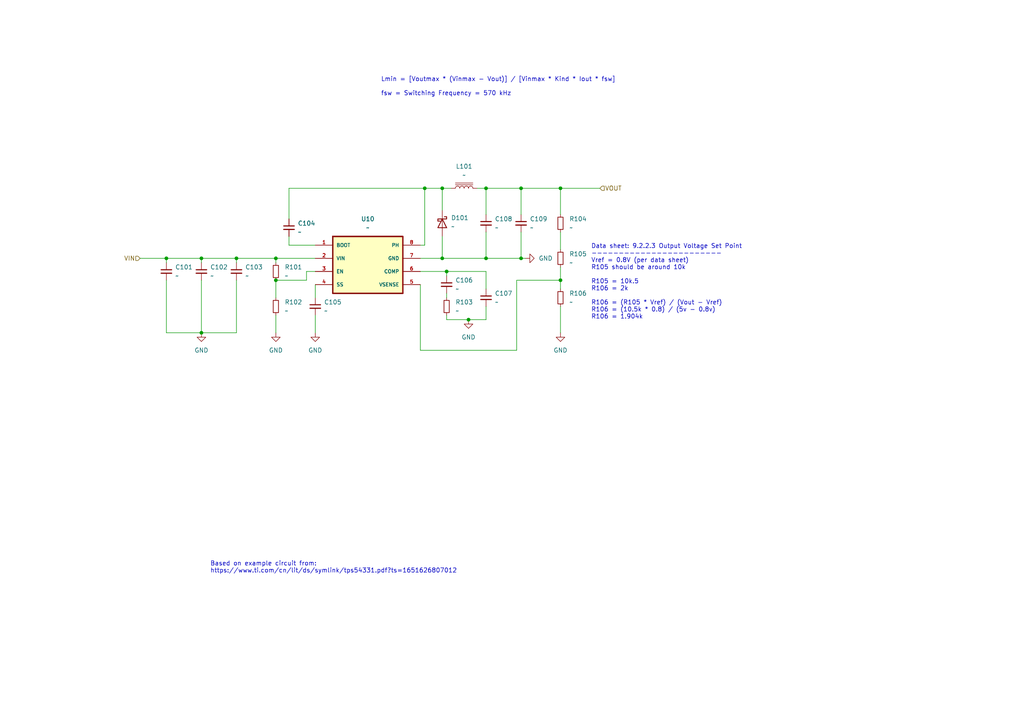
<source format=kicad_sch>
(kicad_sch (version 20211123) (generator eeschema)
  (paper "A4")
  (lib_symbols
    (symbol "Device:C_Small" (pin_numbers hide) (pin_names (offset 0.254) hide)
      (property "Reference" "C" (at 0.254 1.778 0))
      (property "Value" "C_Small" (at 0.254 -2.032 0))
      (symbol "C_Small_0_1"
        (polyline (pts (xy -1.524 -0.508) (xy 1.524 -0.508)) (stroke (width 0.3302)))
        (polyline (pts (xy -1.524 0.508) (xy 1.524 0.508)) (stroke (width 0.3048)))
      )
      (symbol "C_Small_1_1"
        (pin passive line (at 0 2.54 270) (length 2.032) (name "~") (number "1"))
        (pin passive line (at 0 -2.54 90) (length 2.032) (name "~") (number "2"))
      )
    )
    (symbol "Device:L_Iron" (pin_numbers hide) (pin_names (offset 1.016) hide)
      (property "Reference" "L" (at -1.27 0 90))
      (property "Value" "L_Iron" (at 2.794 0 90))
      (symbol "L_Iron_0_1"
        (arc (start 0 -2.54) (mid 0.635 -1.905) (end 0 -1.27))
        (arc (start 0 -1.27) (mid 0.635 -0.635) (end 0 0))
        (polyline (pts (xy 1.016 2.54) (xy 1.016 -2.54)))
        (polyline (pts (xy 1.524 -2.54) (xy 1.524 2.54)))
        (arc (start 0 0) (mid 0.635 0.635) (end 0 1.27))
        (arc (start 0 1.27) (mid 0.635 1.905) (end 0 2.54))
      )
      (symbol "L_Iron_1_1"
        (pin passive line (at 0 3.81 270) (length 1.27) (name "1") (number "1"))
        (pin passive line (at 0 -3.81 90) (length 1.27) (name "2") (number "2"))
      )
    )
    (symbol "Device:R_Small" (pin_numbers hide) (pin_names (offset 0.254) hide)
      (property "Reference" "R" (at 0.762 0.508 0))
      (property "Value" "R_Small" (at 0.762 -1.016 0))
      (symbol "R_Small_0_1"
        (rectangle (start -0.762 1.778) (end 0.762 -1.778) (stroke (width 0.2032)))
      )
      (symbol "R_Small_1_1"
        (pin passive line (at 0 2.54 270) (length 0.762) (name "~") (number "1"))
        (pin passive line (at 0 -2.54 90) (length 0.762) (name "~") (number "2"))
      )
    )
    (symbol "Diode:B340" (pin_numbers hide) (pin_names (offset 1.016) hide)
      (property "Reference" "D" (at 0 2.54 0))
      (property "Value" "B340" (at 0 -2.54 0))
      (symbol "B340_0_1"
        (polyline (pts (xy 1.27 0) (xy -1.27 0)))
        (polyline (pts (xy 1.27 1.27) (xy 1.27 -1.27) (xy -1.27 0) (xy 1.27 1.27)) (stroke (width 0.254)))
        (polyline (pts (xy -1.905 0.635) (xy -1.905 1.27) (xy -1.27 1.27) (xy -1.27 -1.27) (xy -0.635 -1.27) (xy -0.635 -0.635)) (stroke (width 0.254)))
      )
      (symbol "B340_1_1"
        (pin passive line (at -3.81 0 0) (length 2.54) (name "K") (number "1"))
        (pin passive line (at 3.81 0 180) (length 2.54) (name "A") (number "2"))
      )
    )
    (symbol "TPS54331DR:TPS54331DR" (pin_names (offset 1.016))
      (property "Reference" "U" (at -12.7 12.7 0))
      (property "Value" "TPS54331DR" (at -5.08 12.7 0))
      (symbol "TPS54331DR_0_0"
        (rectangle (start -12.7 12.7) (end 7.62 -3.81) (stroke (width 0.4064)) (fill (type background)))
        (pin input line (at -17.78 10.16 0) (length 5.08) (name "BOOT") (number "1"))
        (pin input line (at -17.78 6.35 0) (length 5.08) (name "VIN") (number "2"))
        (pin input line (at -17.78 2.54 0) (length 5.08) (name "EN") (number "3"))
        (pin input line (at -17.78 -1.27 0) (length 5.08) (name "SS") (number "4"))
        (pin input line (at 12.7 -1.27 180) (length 5.08) (name "VSENSE") (number "5"))
        (pin output line (at 12.7 2.54 180) (length 5.08) (name "COMP") (number "6"))
        (pin power_in line (at 12.7 6.35 180) (length 5.08) (name "GND") (number "7"))
        (pin input line (at 12.7 10.16 180) (length 5.08) (name "PH") (number "8"))
      )
    )
    (symbol "power:GND" (power) (pin_names (offset 0))
      (property "Value" "GND" (at 0 -3.81 0))
      (symbol "GND_0_1"
        (polyline (pts (xy 0 0) (xy 0 -1.27) (xy 1.27 -1.27) (xy 0 -2.54) (xy -1.27 -1.27) (xy 0 -1.27)))
      )
      (symbol "GND_1_1"
        (pin power_in line (at 0 0 270) (length 0) hide (name "GND") (number "1"))
      )
    )
  )
  (junction (at 128.27 74.93))
  (junction (at 123.19 54.61))
  (junction (at 80.01 74.93))
  (junction (at 58.42 96.52))
  (junction (at 48.26 74.93))
  (junction (at 80.01 81.28))
  (junction (at 162.56 81.28))
  (junction (at 129.54 78.74))
  (junction (at 135.89 92.71))
  (junction (at 128.27 54.61))
  (junction (at 151.13 74.93))
  (junction (at 58.42 74.93))
  (junction (at 162.56 54.61))
  (junction (at 140.97 74.93))
  (junction (at 68.58 74.93))
  (junction (at 140.97 54.61))
  (junction (at 151.13 54.61))
  (wire (pts (xy 68.58 74.93) (xy 68.58 76.2)))
  (wire (pts (xy 152.4 74.93) (xy 151.13 74.93)))
  (wire (pts (xy 140.97 54.61) (xy 151.13 54.61)))
  (wire (pts (xy 123.19 54.61) (xy 128.27 54.61)))
  (wire (pts (xy 162.56 54.61) (xy 173.99 54.61)))
  (wire (pts (xy 68.58 96.52) (xy 58.42 96.52)))
  (wire (pts (xy 162.56 88.9) (xy 162.56 96.52)))
  (wire (pts (xy 88.9 78.74) (xy 88.9 81.28)))
  (wire (pts (xy 121.92 71.12) (xy 123.19 71.12)))
  (wire (pts (xy 83.82 54.61) (xy 123.19 54.61)))
  (wire (pts (xy 138.43 54.61) (xy 140.97 54.61)))
  (wire (pts (xy 91.44 82.55) (xy 91.44 86.36)))
  (wire (pts (xy 80.01 74.93) (xy 91.44 74.93)))
  (wire (pts (xy 121.92 82.55) (xy 121.92 101.6)))
  (wire (pts (xy 162.56 81.28) (xy 162.56 83.82)))
  (wire (pts (xy 128.27 74.93) (xy 128.27 68.58)))
  (wire (pts (xy 140.97 92.71) (xy 140.97 88.9)))
  (wire (pts (xy 58.42 81.28) (xy 58.42 96.52)))
  (wire (pts (xy 151.13 74.93) (xy 151.13 67.31)))
  (wire (pts (xy 140.97 54.61) (xy 140.97 62.23)))
  (wire (pts (xy 129.54 78.74) (xy 140.97 78.74)))
  (wire (pts (xy 58.42 74.93) (xy 68.58 74.93)))
  (wire (pts (xy 91.44 78.74) (xy 88.9 78.74)))
  (wire (pts (xy 91.44 71.12) (xy 83.82 71.12)))
  (wire (pts (xy 121.92 74.93) (xy 128.27 74.93)))
  (wire (pts (xy 149.86 101.6) (xy 149.86 81.28)))
  (wire (pts (xy 68.58 81.28) (xy 68.58 96.52)))
  (wire (pts (xy 128.27 54.61) (xy 130.81 54.61)))
  (wire (pts (xy 121.92 78.74) (xy 129.54 78.74)))
  (wire (pts (xy 129.54 91.44) (xy 129.54 92.71)))
  (wire (pts (xy 149.86 81.28) (xy 162.56 81.28)))
  (wire (pts (xy 123.19 71.12) (xy 123.19 54.61)))
  (wire (pts (xy 135.89 92.71) (xy 140.97 92.71)))
  (wire (pts (xy 121.92 101.6) (xy 149.86 101.6)))
  (wire (pts (xy 68.58 74.93) (xy 80.01 74.93)))
  (wire (pts (xy 80.01 74.93) (xy 80.01 76.2)))
  (wire (pts (xy 162.56 54.61) (xy 162.56 62.23)))
  (wire (pts (xy 58.42 74.93) (xy 58.42 76.2)))
  (wire (pts (xy 129.54 86.36) (xy 129.54 85.09)))
  (wire (pts (xy 80.01 81.28) (xy 80.01 86.36)))
  (wire (pts (xy 83.82 71.12) (xy 83.82 68.58)))
  (wire (pts (xy 151.13 54.61) (xy 162.56 54.61)))
  (wire (pts (xy 162.56 67.31) (xy 162.56 72.39)))
  (wire (pts (xy 140.97 67.31) (xy 140.97 74.93)))
  (wire (pts (xy 88.9 81.28) (xy 80.01 81.28)))
  (wire (pts (xy 48.26 74.93) (xy 58.42 74.93)))
  (wire (pts (xy 40.64 74.93) (xy 48.26 74.93)))
  (wire (pts (xy 83.82 63.5) (xy 83.82 54.61)))
  (wire (pts (xy 80.01 91.44) (xy 80.01 96.52)))
  (wire (pts (xy 140.97 78.74) (xy 140.97 83.82)))
  (wire (pts (xy 91.44 91.44) (xy 91.44 96.52)))
  (wire (pts (xy 48.26 81.28) (xy 48.26 96.52)))
  (wire (pts (xy 162.56 77.47) (xy 162.56 81.28)))
  (wire (pts (xy 129.54 80.01) (xy 129.54 78.74)))
  (wire (pts (xy 128.27 54.61) (xy 128.27 60.96)))
  (wire (pts (xy 129.54 92.71) (xy 135.89 92.71)))
  (wire (pts (xy 140.97 74.93) (xy 151.13 74.93)))
  (wire (pts (xy 128.27 74.93) (xy 140.97 74.93)))
  (wire (pts (xy 48.26 96.52) (xy 58.42 96.52)))
  (wire (pts (xy 151.13 54.61) (xy 151.13 62.23)))
  (wire (pts (xy 48.26 74.93) (xy 48.26 76.2)))
  (text "Lmin = [Voutmax * (Vinmax - Vout)] / [Vinmax * Kind * Iout * fsw]\n\nfsw = Switching Frequency = 570 kHz\n" (at 110.49 27.94 0) (effects (font (size 1.27 1.27)) (justify left bottom)))
  (text "Based on example circuit from:\nhttps://www.ti.com/cn/lit/ds/symlink/tps54331.pdf?ts=1651626807012" (at 60.96 166.37 0) (effects (font (size 1.27 1.27)) (justify left bottom)))
  (text "Data sheet: 9.2.2.3 Output Voltage Set Point\n------------------------\nVref = 0.8V (per data sheet)\nR105 should be around 10k\n\nR105 = 10k.5\nR106 = 2k\n\nR106 = (R105 * Vref) / (Vout - Vref)\nR106 = (10.5k * 0.8) / (5v - 0.8v)\nR106 = 1.904k\n" (at 171.45 92.71 0) (effects (font (size 1.27 1.27)) (justify left bottom)))
  (hierarchical_label "VIN" (shape input) (at 40.64 74.93 180))
  (hierarchical_label "VOUT" (shape input) (at 173.99 54.61 0))
  (symbol (lib_id "Device:C_Small") (at 48.26 78.74 0) (unit 1)
    (property "Reference" "C101" (at 50.8 77.4762 0) (effects (justify left)))
    (property "Value" "~" (at 50.8 80.0162 0) (effects (justify left)))
    (property "LCSC" "C1779" (effects hide))
  )
  (symbol (lib_id "Device:R_Small") (at 129.54 88.9 0) (unit 1)
    (property "Reference" "R103" (at 132.08 87.6299 0) (effects (justify left)))
    (property "Value" "~" (at 132.08 90.1699 0) (effects (justify left)))
  )
  (symbol (lib_id "power:GND") (at 58.42 96.52 0) (unit 1)
    (property "Reference" "#PWR0109" (effects hide))
  )
  (symbol (lib_id "Device:R_Small") (at 80.01 88.9 0) (unit 1)
    (property "Reference" "R102" (at 82.55 87.6299 0) (effects (justify left)))
    (property "Value" "~" (at 82.55 90.1699 0) (effects (justify left)))
  )
  (symbol (lib_id "Device:C_Small") (at 151.13 64.77 0) (unit 1)
    (property "Reference" "C109" (at 153.67 63.5062 0) (effects (justify left)))
    (property "Value" "~" (at 153.67 66.0462 0) (effects (justify left)))
    (property "LCSC" "C342635" (effects hide))
  )
  (symbol (lib_id "Device:R_Small") (at 80.01 78.74 0) (unit 1)
    (property "Reference" "R101" (at 82.55 77.4699 0) (effects (justify left)))
    (property "Value" "~" (at 82.55 80.0099 0) (effects (justify left)))
  )
  (symbol (lib_id "power:GND") (at 162.56 96.52 0) (unit 1)
    (property "Reference" "#PWR0110" (effects hide))
  )
  (symbol (lib_id "Device:C_Small") (at 129.54 82.55 0) (unit 1)
    (property "Reference" "C106" (at 132.08 81.2862 0) (effects (justify left)))
    (property "Value" "~" (at 132.08 83.8262 0) (effects (justify left)))
    (property "LCSC" "C1744" (effects hide))
  )
  (symbol (lib_id "power:GND") (at 135.89 92.71 0) (unit 1)
    (property "Reference" "#PWR0112" (effects hide))
  )
  (symbol (lib_id "Device:C_Small") (at 83.82 66.04 0) (unit 1)
    (property "Reference" "C104" (at 86.36 64.7762 0) (effects (justify left)))
    (property "Value" "~" (at 86.36 67.3162 0) (effects (justify left)))
    (property "LCSC" "C28233" (effects hide))
  )
  (symbol (lib_id "Device:C_Small") (at 140.97 86.36 0) (unit 1)
    (property "Reference" "C107" (at 143.51 85.0962 0) (effects (justify left)))
    (property "Value" "~" (at 143.51 87.6362 0) (effects (justify left)))
  )
  (symbol (lib_id "Device:L_Iron") (at 134.62 54.61 90) (unit 1)
    (property "Reference" "L101" (at 134.62 48.26 90))
    (property "Value" "~" (at 134.62 50.8 90))
    (property "LCSC" "C325965" (effects hide))
  )
  (symbol (lib_id "Device:C_Small") (at 58.42 78.74 0) (unit 1)
    (property "Reference" "C102" (at 60.96 77.4762 0) (effects (justify left)))
    (property "Value" "~" (at 60.96 80.0162 0) (effects (justify left)))
    (property "LCSC" "C1779" (effects hide))
  )
  (symbol (lib_id "power:GND") (at 91.44 96.52 0) (unit 1)
    (property "Reference" "#PWR0108" (effects hide))
  )
  (symbol (lib_id "power:GND") (at 152.4 74.93 90) (unit 1)
    (property "Reference" "#PWR0111" (effects hide))
  )
  (symbol (lib_id "Device:C_Small") (at 140.97 64.77 0) (unit 1)
    (property "Reference" "C108" (at 143.51 63.5062 0) (effects (justify left)))
    (property "Value" "~" (at 143.51 66.0462 0) (effects (justify left)))
    (property "LCSC" "C342635" (effects hide))
  )
  (symbol (lib_id "Device:R_Small") (at 162.56 64.77 0) (unit 1)
    (property "Reference" "R104" (at 165.1 63.4999 0) (effects (justify left)))
    (property "Value" "~" (at 165.1 66.0399 0) (effects (justify left)))
  )
  (symbol (lib_id "Device:C_Small") (at 91.44 88.9 0) (unit 1)
    (property "Reference" "C105" (at 93.98 87.6362 0) (effects (justify left)))
    (property "Value" "~" (at 93.98 90.1762 0) (effects (justify left)))
    (property "LCSC" "C1710" (effects hide))
  )
  (symbol (lib_id "Device:R_Small") (at 162.56 74.93 0) (unit 1)
    (property "Reference" "R105" (at 165.1 73.6599 0) (effects (justify left)))
    (property "Value" "~" (at 165.1 76.1999 0) (effects (justify left)))
  )
  (symbol (lib_id "Device:R_Small") (at 162.56 86.36 0) (unit 1)
    (property "Reference" "R106" (at 165.1 85.0899 0) (effects (justify left)))
    (property "Value" "~" (at 165.1 87.6299 0) (effects (justify left)))
  )
  (symbol (lib_id "TPS54331DR:TPS54331DR") (at 109.22 81.28 0) (unit 1)
    (property "Reference" "U10" (at 106.68 63.5 0))
    (property "Value" "~" (at 106.68 66.04 0))
    (property "LCSC" "C9865" (effects hide))
  )
  (symbol (lib_id "Diode:B340") (at 128.27 64.77 270) (unit 1)
    (property "Reference" "D101" (at 130.81 63.1824 90) (effects (justify left)))
    (property "Value" "~" (at 130.81 65.7224 90) (effects (justify left)))
    (property "Datasheet" "http://www.jameco.com/Jameco/Products/ProdDS/1538777.pdf" (effects hide))
    (property "LCSC" "C64982" (effects hide))
  )
  (symbol (lib_id "Device:C_Small") (at 68.58 78.74 0) (unit 1)
    (property "Reference" "C103" (at 71.12 77.4762 0) (effects (justify left)))
    (property "Value" "~" (at 71.12 80.0162 0) (effects (justify left)))
    (property "LCSC" "C1744" (effects hide))
  )
  (symbol (lib_id "power:GND") (at 80.01 96.52 0) (unit 1)
    (property "Reference" "#PWR0107" (effects hide))
  )
)
</source>
